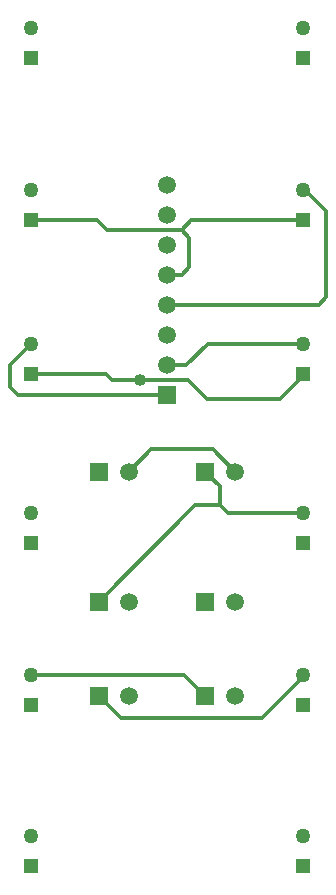
<source format=gbr>
G04 DipTrace 2.4.0.2*
%INTop.gbr*%
%MOIN*%
%ADD13C,0.013*%
%ADD14R,0.0591X0.0591*%
%ADD15C,0.0591*%
%ADD16C,0.05*%
%ADD17R,0.05X0.05*%
%ADD18C,0.04*%
%FSLAX44Y44*%
G04*
G70*
G90*
G75*
G01*
%LNTop*%
%LPD*%
X6634Y27427D2*
D13*
X8824D1*
X9152Y27098D1*
X11651D1*
X11980Y27427D1*
X15689D1*
X11651Y27098D2*
X11911Y26838D1*
Y25848D1*
X11651Y25588D1*
X11161D1*
X6634Y22301D2*
X9133D1*
X9335Y22098D1*
X10276D1*
X11851D1*
X12506Y21444D1*
X14918D1*
X15776Y22301D1*
X15689D1*
X13433Y19033D2*
X12683Y19783D1*
X10639D1*
X9889Y19033D1*
X6634Y23301D2*
X5929Y22596D1*
Y21848D1*
X6189Y21588D1*
X11161D1*
X6634Y12269D2*
X11716D1*
X12433Y11553D1*
X15689Y12269D2*
X15776D1*
X14331Y10825D1*
X9618D1*
X8889Y11553D1*
X15689Y23301D2*
X12521D1*
X11808Y22588D1*
X11161D1*
Y24588D2*
X16221D1*
X16480Y24848D1*
Y27722D1*
X15776Y28427D1*
X15689D1*
X12433Y19033D2*
X12923Y18543D1*
Y17915D1*
X12102D1*
X8889Y14703D1*
X15689Y17655D2*
X13183D1*
X12923Y17915D1*
D18*
X10276Y22098D3*
D14*
X11161Y21588D3*
D15*
Y22588D3*
Y23588D3*
Y24588D3*
Y25588D3*
Y26588D3*
Y27588D3*
Y28588D3*
D16*
X6634Y33813D3*
D17*
Y32813D3*
D16*
X15689Y33813D3*
D17*
Y32813D3*
D16*
X6634Y28427D3*
D17*
Y27427D3*
D16*
X15689Y28427D3*
D17*
Y27427D3*
D16*
X6634Y23301D3*
D17*
Y22301D3*
D16*
X15689Y23301D3*
D17*
Y22301D3*
D16*
X6634Y17655D3*
D17*
Y16655D3*
D16*
X15689Y17655D3*
D17*
Y16655D3*
D16*
X6634Y12269D3*
D17*
Y11269D3*
D16*
X15689Y12269D3*
D17*
Y11269D3*
D16*
X6634Y6884D3*
D17*
Y5884D3*
D16*
X15689Y6884D3*
D17*
Y5884D3*
D14*
X8889Y19033D3*
D15*
X9889D3*
D14*
X12433D3*
D15*
X13433D3*
D14*
X8889Y14703D3*
D15*
X9889D3*
D14*
X12433D3*
D15*
X13433D3*
D14*
X8889Y11553D3*
D15*
X9889D3*
D14*
X12433D3*
D15*
X13433D3*
M02*

</source>
